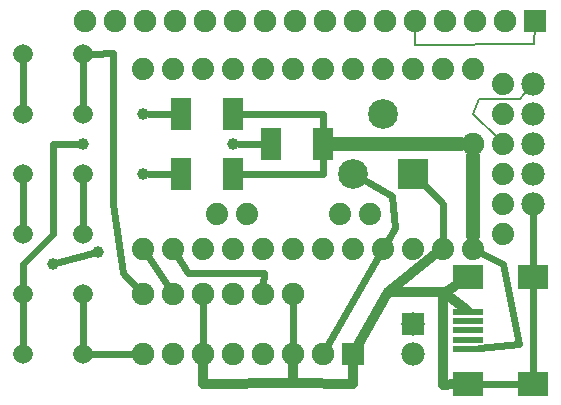
<source format=gtl>
G04 MADE WITH FRITZING*
G04 WWW.FRITZING.ORG*
G04 DOUBLE SIDED*
G04 HOLES PLATED*
G04 CONTOUR ON CENTER OF CONTOUR VECTOR*
%ASAXBY*%
%FSLAX23Y23*%
%MOIN*%
%OFA0B0*%
%SFA1.0B1.0*%
%ADD10C,0.075000*%
%ADD11C,0.065418*%
%ADD12C,0.039370*%
%ADD13C,0.078000*%
%ADD14C,0.099000*%
%ADD15C,0.074000*%
%ADD16C,0.075433*%
%ADD17R,0.070866X0.106299*%
%ADD18R,0.098425X0.019685*%
%ADD19R,0.098425X0.078740*%
%ADD20R,0.075000X0.075000*%
%ADD21R,0.078000X0.078000*%
%ADD22R,0.099000X0.099000*%
%ADD23C,0.024000*%
%ADD24C,0.032000*%
%ADD25C,0.048000*%
%ADD26C,0.008000*%
%LNCOPPER1*%
G90*
G70*
G54D10*
X476Y152D03*
X576Y152D03*
X676Y152D03*
X476Y352D03*
X576Y352D03*
X676Y352D03*
X776Y152D03*
X876Y152D03*
X976Y152D03*
X776Y352D03*
X876Y352D03*
X976Y352D03*
X1176Y152D03*
X1076Y152D03*
G54D11*
X276Y152D03*
X76Y152D03*
X276Y352D03*
X76Y352D03*
X276Y952D03*
X76Y952D03*
X276Y1152D03*
X76Y1152D03*
X276Y552D03*
X76Y552D03*
X276Y752D03*
X76Y752D03*
G54D12*
X326Y491D03*
X176Y451D03*
G54D13*
X1376Y252D03*
X1376Y152D03*
X1376Y252D03*
X1376Y152D03*
G54D12*
X776Y852D03*
X475Y752D03*
X475Y952D03*
X276Y852D03*
G54D13*
X1776Y1052D03*
X1776Y952D03*
X1776Y852D03*
X1776Y752D03*
X1776Y652D03*
X1776Y1052D03*
X1776Y952D03*
X1776Y852D03*
X1776Y752D03*
X1776Y652D03*
G54D10*
X1782Y1262D03*
X1682Y1262D03*
X1582Y1262D03*
X1482Y1262D03*
X1382Y1262D03*
X1282Y1262D03*
X1182Y1262D03*
X1082Y1262D03*
X982Y1262D03*
X882Y1262D03*
X782Y1262D03*
X682Y1262D03*
X582Y1262D03*
X482Y1262D03*
X382Y1262D03*
X282Y1262D03*
X1782Y1262D03*
X1682Y1262D03*
X1582Y1262D03*
X1482Y1262D03*
X1382Y1262D03*
X1282Y1262D03*
X1182Y1262D03*
X1082Y1262D03*
X982Y1262D03*
X882Y1262D03*
X782Y1262D03*
X682Y1262D03*
X582Y1262D03*
X482Y1262D03*
X382Y1262D03*
X282Y1262D03*
G54D14*
X1176Y752D03*
X1376Y752D03*
X1276Y952D03*
X1176Y752D03*
X1376Y752D03*
X1276Y952D03*
G54D15*
X1676Y552D03*
X1676Y652D03*
X1676Y752D03*
X1676Y852D03*
X1676Y952D03*
X1676Y1052D03*
X1131Y617D03*
X1231Y617D03*
X721Y617D03*
X821Y617D03*
X1576Y502D03*
X1476Y502D03*
X1376Y502D03*
X1276Y502D03*
X1176Y502D03*
X1076Y502D03*
X976Y502D03*
X876Y502D03*
X776Y502D03*
X676Y502D03*
X576Y502D03*
X476Y502D03*
X476Y1102D03*
X576Y1102D03*
X676Y1102D03*
X776Y1102D03*
X876Y1102D03*
X976Y1102D03*
X1076Y1102D03*
X1176Y1102D03*
X1276Y1102D03*
X1376Y1102D03*
X1476Y1102D03*
X1576Y1102D03*
G54D16*
X1577Y851D03*
G54D17*
X602Y952D03*
X776Y952D03*
X902Y852D03*
X1076Y852D03*
X602Y752D03*
X776Y752D03*
G54D18*
X1559Y229D03*
X1559Y197D03*
X1559Y292D03*
X1559Y260D03*
G54D19*
X1776Y406D03*
X1776Y52D03*
X1559Y406D03*
X1559Y52D03*
G54D18*
X1559Y166D03*
G54D20*
X1176Y152D03*
G54D21*
X1376Y252D03*
X1376Y252D03*
G54D20*
X1782Y1262D03*
X1782Y1262D03*
G54D22*
X1376Y752D03*
X1376Y752D03*
G54D23*
X76Y985D02*
X76Y1118D01*
D02*
X76Y718D02*
X76Y585D01*
D02*
X76Y318D02*
X76Y185D01*
D02*
X376Y651D02*
X408Y420D01*
D02*
X408Y420D02*
X455Y372D01*
D02*
X374Y1153D02*
X376Y651D01*
D02*
X309Y1152D02*
X374Y1153D01*
D02*
X676Y180D02*
X676Y323D01*
D02*
X976Y180D02*
X976Y323D01*
G54D24*
D02*
X977Y53D02*
X676Y51D01*
D02*
X976Y118D02*
X977Y53D01*
D02*
X676Y51D02*
X676Y118D01*
G54D23*
D02*
X276Y185D02*
X276Y318D01*
D02*
X276Y718D02*
X276Y585D01*
D02*
X276Y1118D02*
X276Y985D01*
D02*
X560Y376D02*
X493Y476D01*
D02*
X879Y420D02*
X625Y421D01*
D02*
X625Y421D02*
X592Y475D01*
D02*
X877Y380D02*
X879Y420D01*
D02*
X194Y456D02*
X308Y487D01*
G54D24*
D02*
X1293Y358D02*
X1447Y479D01*
D02*
X1193Y181D02*
X1293Y358D01*
G54D23*
D02*
X1260Y475D02*
X1090Y177D01*
D02*
X795Y852D02*
X873Y852D01*
D02*
X573Y752D02*
X494Y752D01*
D02*
X573Y952D02*
X494Y952D01*
D02*
X1076Y899D02*
X1076Y952D01*
D02*
X1076Y952D02*
X806Y952D01*
D02*
X1076Y752D02*
X806Y752D01*
D02*
X1076Y804D02*
X1076Y752D01*
G54D25*
D02*
X1106Y852D02*
X1537Y851D01*
D02*
X1576Y811D02*
X1576Y544D01*
G54D23*
D02*
X1776Y372D02*
X1776Y86D01*
D02*
X1732Y52D02*
X1603Y52D01*
G54D24*
D02*
X1293Y358D02*
X1476Y357D01*
D02*
X1476Y357D02*
X1554Y296D01*
G54D23*
D02*
X1728Y185D02*
X1676Y451D01*
D02*
X1676Y451D02*
X1603Y488D01*
D02*
X1597Y170D02*
X1728Y185D01*
G54D24*
D02*
X1476Y352D02*
X1476Y46D01*
D02*
X1476Y46D02*
X1516Y49D01*
D02*
X1476Y352D02*
X1516Y378D01*
D02*
X977Y53D02*
X1175Y52D01*
D02*
X1175Y52D02*
X1176Y118D01*
G54D23*
D02*
X176Y552D02*
X176Y851D01*
D02*
X176Y851D02*
X257Y852D01*
D02*
X75Y451D02*
X176Y552D01*
D02*
X76Y385D02*
X75Y451D01*
D02*
X1776Y440D02*
X1776Y622D01*
D02*
X1476Y651D02*
X1398Y729D01*
D02*
X1476Y533D02*
X1476Y651D01*
D02*
X1307Y676D02*
X1203Y736D01*
D02*
X1314Y570D02*
X1307Y676D01*
D02*
X1291Y529D02*
X1314Y570D01*
D02*
X309Y152D02*
X447Y152D01*
G54D26*
D02*
X1594Y1002D02*
X1731Y1002D01*
D02*
X1576Y951D02*
X1594Y1002D01*
D02*
X1658Y870D02*
X1576Y951D01*
D02*
X1731Y1002D02*
X1759Y1033D01*
D02*
X1382Y1181D02*
X1382Y1233D01*
D02*
X1780Y1183D02*
X1382Y1181D01*
D02*
X1781Y1239D02*
X1780Y1183D01*
G04 End of Copper1*
M02*
</source>
